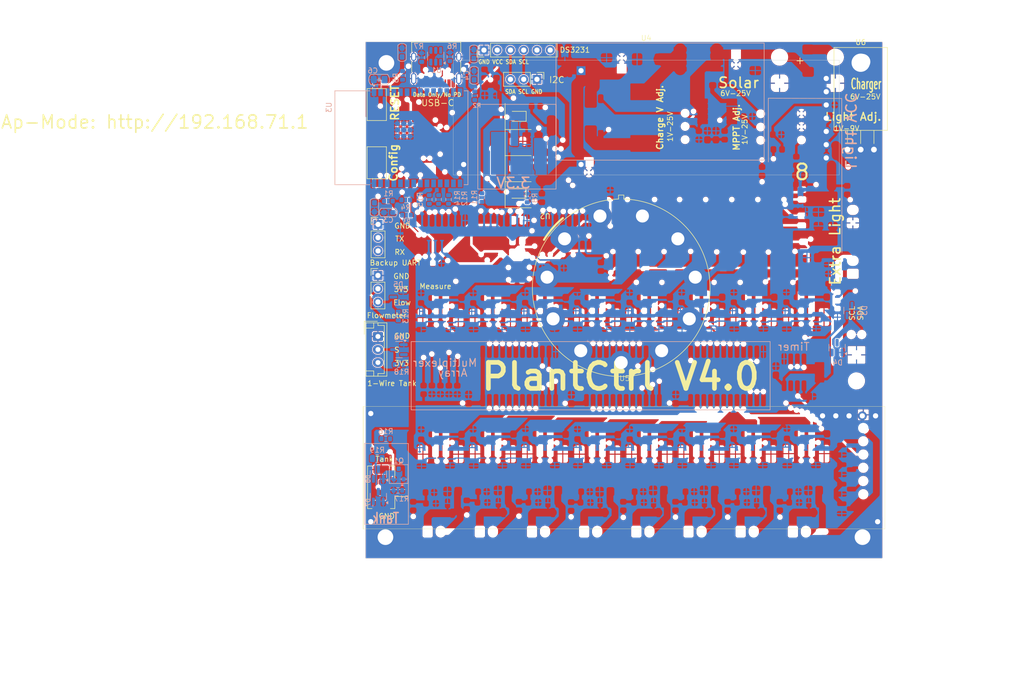
<source format=kicad_pcb>
(kicad_pcb
	(version 20241229)
	(generator "pcbnew")
	(generator_version "9.0")
	(general
		(thickness 1.6)
		(legacy_teardrops no)
	)
	(paper "A4")
	(layers
		(0 "F.Cu" signal)
		(4 "In1.Cu" signal)
		(6 "In2.Cu" signal)
		(2 "B.Cu" signal)
		(9 "F.Adhes" user "F.Adhesive")
		(11 "B.Adhes" user "B.Adhesive")
		(13 "F.Paste" user)
		(15 "B.Paste" user)
		(5 "F.SilkS" user "F.Silkscreen")
		(7 "B.SilkS" user "B.Silkscreen")
		(1 "F.Mask" user)
		(3 "B.Mask" user)
		(17 "Dwgs.User" user "User.Drawings")
		(19 "Cmts.User" user "User.Comments")
		(21 "Eco1.User" user "User.Eco1")
		(23 "Eco2.User" user "User.Eco2")
		(25 "Edge.Cuts" user)
		(27 "Margin" user)
		(31 "F.CrtYd" user "F.Courtyard")
		(29 "B.CrtYd" user "B.Courtyard")
		(35 "F.Fab" user)
		(33 "B.Fab" user)
	)
	(setup
		(stackup
			(layer "F.SilkS"
				(type "Top Silk Screen")
			)
			(layer "F.Paste"
				(type "Top Solder Paste")
			)
			(layer "F.Mask"
				(type "Top Solder Mask")
				(thickness 0.01)
			)
			(layer "F.Cu"
				(type "copper")
				(thickness 0.035)
			)
			(layer "dielectric 1"
				(type "prepreg")
				(thickness 0.1)
				(material "FR4")
				(epsilon_r 4.5)
				(loss_tangent 0.02)
			)
			(layer "In1.Cu"
				(type "copper")
				(thickness 0.035)
			)
			(layer "dielectric 2"
				(type "core")
				(thickness 1.24)
				(material "FR4")
				(epsilon_r 4.5)
				(loss_tangent 0.02)
			)
			(layer "In2.Cu"
				(type "copper")
				(thickness 0.035)
			)
			(layer "dielectric 3"
				(type "prepreg")
				(thickness 0.1)
				(material "FR4")
				(epsilon_r 4.5)
				(loss_tangent 0.02)
			)
			(layer "B.Cu"
				(type "copper")
				(thickness 0.035)
			)
			(layer "B.Mask"
				(type "Bottom Solder Mask")
				(thickness 0.01)
			)
			(layer "B.Paste"
				(type "Bottom Solder Paste")
			)
			(layer "B.SilkS"
				(type "Bottom Silk Screen")
			)
			(copper_finish "HAL lead-free")
			(dielectric_constraints no)
		)
		(pad_to_mask_clearance 0.05)
		(allow_soldermask_bridges_in_footprints no)
		(tenting front back)
		(aux_axis_origin 68.58 26.67)
		(grid_origin 68.58 26.67)
		(pcbplotparams
			(layerselection 0x00000000_00000000_5555555f_ffffffff)
			(plot_on_all_layers_selection 0x00000000_00000000_00000000_00000000)
			(disableapertmacros no)
			(usegerberextensions no)
			(usegerberattributes no)
			(usegerberadvancedattributes no)
			(creategerberjobfile no)
			(dashed_line_dash_ratio 12.000000)
			(dashed_line_gap_ratio 3.000000)
			(svgprecision 4)
			(plotframeref no)
			(mode 1)
			(useauxorigin no)
			(hpglpennumber 1)
			(hpglpenspeed 20)
			(hpglpendiameter 15.000000)
			(pdf_front_fp_property_popups yes)
			(pdf_back_fp_property_popups yes)
			(pdf_metadata yes)
			(pdf_single_document no)
			(dxfpolygonmode yes)
			(dxfimperialunits yes)
			(dxfusepcbnewfont yes)
			(psnegative no)
			(psa4output no)
			(plot_black_and_white yes)
			(sketchpadsonfab no)
			(plotpadnumbers no)
			(hidednponfab no)
			(sketchdnponfab yes)
			(crossoutdnponfab yes)
			(subtractmaskfromsilk no)
			(outputformat 1)
			(mirror no)
			(drillshape 0)
			(scaleselection 1)
			(outputdirectory "gerber/")
		)
	)
	(net 0 "")
	(net 1 "EN")
	(net 2 "VBAT")
	(net 3 "GND")
	(net 4 "3_3V")
	(net 5 "Temp")
	(net 6 "Net-(C2-Pad2)")
	(net 7 "PUMP_ENABLE")
	(net 8 "TANK_SENSOR")
	(net 9 "Charge")
	(net 10 "unconnected-(U3-IO15-Pad23)")
	(net 11 "Net-(Q1-G)")
	(net 12 "ESP_RX")
	(net 13 "ESP_TX")
	(net 14 "Net-(Boot1-Pad2)")
	(net 15 "SDA")
	(net 16 "SCL")
	(net 17 "unconnected-(U3-IO23-Pad21)")
	(net 18 "Net-(CD1-A)")
	(net 19 "Net-(D1-K)")
	(net 20 "Net-(J7-Pin_1)")
	(net 21 "unconnected-(U4-GND-Pad10)")
	(net 22 "unconnected-(U4-GND-Pad9)")
	(net 23 "CD_Probe")
	(net 24 "IsDay")
	(net 25 "LED_ENABLE")
	(net 26 "Net-(J3-CC2)")
	(net 27 "WORKING")
	(net 28 "unconnected-(U4-GND-Pad8)")
	(net 29 "unconnected-(U4-GND-Pad11)")
	(net 30 "unconnected-(J3-SBU1-PadA8)")
	(net 31 "ENABLE_TANK")
	(net 32 "unconnected-(J3-SBU2-PadB8)")
	(net 33 "unconnected-(U4-3V3-Pad4)")
	(net 34 "Net-(J3-CC1)")
	(net 35 "USB_D-")
	(net 36 "FLOW")
	(net 37 "USB_D+")
	(net 38 "BOOT_SEL")
	(net 39 "WARN_LED")
	(net 40 "OE")
	(net 41 "unconnected-(U4-VBAT-Pad1)")
	(net 42 "SQW")
	(net 43 "32K")
	(net 44 "USB_BUS")
	(net 45 "Net-(R3-Pad1)")
	(net 46 "unconnected-(U1-I{slash}O2-Pad4)")
	(net 47 "unconnected-(U1-I{slash}O1-Pad6)")
	(net 48 "unconnected-(U3-IO8-Pad10)")
	(net 49 "unconnected-(U3-IO0-Pad8)")
	(net 50 "unconnected-(U3-NC-Pad22)")
	(net 51 "unconnected-(U5-GND-Pad2)")
	(net 52 "unconnected-(U5-GND-Pad1)")
	(net 53 "unconnected-(U5-GND-Pad3)")
	(net 54 "unconnected-(U2-GND-Pad11)")
	(footprint "MPPT:MPPT" (layer "F.Cu") (at 223.98 40.4075))
	(footprint "Button_Switch_SMD:SW_SPST_CK_RS282G05A3" (layer "F.Cu") (at 172.33 52.67 90))
	(footprint "PumpOut:PumpModule" (layer "F.Cu") (at 219.93 105.67))
	(footprint "Button_Switch_SMD:SW_SPST_CK_RS282G05A3" (layer "F.Cu") (at 172.33 63.82 -90))
	(footprint "Connector_PinHeader_2.54mm:PinHeader_1x03_P2.54mm_Vertical" (layer "F.Cu") (at 172.555 85.445))
	(footprint "Connector_JST:JST_EH_B3B-EH-A_1x03_P2.50mm_Vertical" (layer "F.Cu") (at 172.555 97.145 -90))
	(footprint "LED_SMD:LED_0805_2012Metric" (layer "F.Cu") (at 199.23 69.6575 180))
	(footprint "Connector_PinHeader_2.54mm:PinHeader_1x06_P2.54mm_Vertical" (layer "F.Cu") (at 192.87 42.22 90))
	(footprint "Relay_THT:Relay_Socket_3PDT_Omron_PLE11-0" (layer "F.Cu") (at 208.3211 78.4192))
	(footprint "Connector_JST:JST_PH_B2B-PH-SM4-TB_1x02-1MP_P2.00mm_Vertical" (layer "F.Cu") (at 174.93 126.07 90))
	(footprint "Connector_PinHeader_2.54mm:PinHeader_1x03_P2.54mm_Vertical" (layer "F.Cu") (at 172.58 75.645))
	(footprint "LED_SMD:LED_0805_2012Metric" (layer "F.Cu") (at 199.28 54.92 180))
	(footprint "Connector_USB:USB_C_Receptacle_HRO_TYPE-C-31-M-12" (layer "F.Cu") (at 183.725 44.545 180))
	(footprint "Package_TO_SOT_THT:TO-220-3_Horizontal_TabDown" (layer "F.Cu") (at 262.54 61.3))
	(footprint "Connector_PinHeader_2.54mm:PinHeader_1x03_P2.54mm_Vertical" (layer "F.Cu") (at 203.03 47.82 -90))
	(footprint "PCM_Capacitor_SMD_Handsoldering_AKL:C_0603_1608Metric_Pad1.08x0.95mm" (layer "B.Cu") (at 177.18 42.67 -90))
	(footprint "Resistor_SMD:R_0603_1608Metric" (layer "B.Cu") (at 184.18 70.87 90))
	(footprint "PCM_Capacitor_SMD_Handsoldering_AKL:C_0603_1608Metric_Pad1.08x0.95mm" (layer "B.Cu") (at 190.98 47.07 -90))
	(footprint "Resistor_SMD:R_0603_1608Metric" (layer "B.Cu") (at 191.105 50.97 90))
	(footprint "Resistor_SMD:R_0603_1608Metric" (layer "B.Cu") (at 176.38 126.67 180))
	(footprint "Package_TO_SOT_SMD:SOT-23" (layer "B.Cu") (at 176.455 89.5825 180))
	(footprint "Package_TO_SOT_SMD:SOT-23" (layer "B.Cu") (at 172.63 123.5325 90))
	(footprint "Resistor_SMD:R_0603_1608Metric" (layer "B.Cu") (at 192.48 70.495 -90))
	(footprint "Resistor_SMD:R_0603_1608Metric" (layer "B.Cu") (at 180.93 43.64 90))
	(footprint "Package_TO_SOT_SMD:SOT-23-6" (layer "B.Cu") (at 183.6325 43.4 90))
	(footprint "Package_TO_SOT_SMD:SOT-23" (layer "B.Cu") (at 176.58 99.67 180))
	(footprint "Resistor_SMD:R_0603_1608Metric" (layer "B.Cu") (at 178.02 73.87 180))
	(footprint "Resistor_SMD:R_0603_1608Metric" (layer "B.Cu") (at 174.055 116.77 180))
	(footprint "PCM_Capacitor_SMD_Handsoldering_AKL:C_0603_1608Metric_Pad1.08x0.95mm" (layer "B.Cu") (at 171.88 72.37 90))
	(footprint "Package_TO_SOT_SMD:SOT-23" (layer "B.Cu") (at 260.555 99.2825 90))
	(footprint "Resistor_SMD:R_0603_1608Metric" (layer "B.Cu") (at 182.4 70.87 -90))
	(footprint "Resistor_SMD:R_0603_1608Metric" (layer "B.Cu") (at 176.58 102.545 180))
	(footprint "PCM_Capacitor_SMD_Handsoldering_AKL:C_0805_2012Metric_Pad1.18x1.45mm" (layer "B.Cu") (at 172.78 47.87 180))
	(footprint "PCM_Capacitor_SMD_Handsoldering_AKL:C_0603_1608Metric_Pad1.08x0.95mm" (layer "B.Cu") (at 174.555 73.37))
	(footprint "Resistor_SMD:R_0805_2012Metric" (layer "B.Cu") (at 172.405 120.56 180))
	(footprint "Resistor_SMD:R_0603_1608Metric" (layer "B.Cu") (at 201.18 70.57 90))
	(footprint "esp32c6:XCVR_ESP32-C6-WROOM-1-N8"
		(layer "B.Cu")
		(uuid "a624af3d-bffa-4ff7-9554-e16d3c677f69")
		(at 177.05 59.025 -90)
		(property "Reference" "U3"
			(at -5.825 13.885 90)
			(layer "B.SilkS")
			(uuid "d5b33f4a-25c8-411f-8cf3-b0ddb5cf04b9")
			(effects
				(font
					(size 1 1)
					(thickness 0.15)
				)
				(justify mirror)
			)
		)
		(property "Value" "ESP32-C6-WROOM-1-N8"
			(at 6.24 -13.865 90)
			(layer "B.Fab")
			(uuid "c29efa2f-8afd-49cd-bbbc-4eee8867b361")
			(effects
				(font
					(size 1 1)
					(thickness 0.15)
				)
				(justify mirror)
			)
		)
		(property "Datasheet" ""
			(at 0 0 90)
			(unlocked yes)
			(layer "B.Fab")
			(hide yes)
			(uuid "40ba170d-f952-498b-9fac-a54147108766")
			(effects
				(font
					(size 1.27 1.27)
					(thickness 0.15)
				)
				(justify mirror)
			)
		)
		(property "Description" ""
			(at 0 0 90)
			(unlocked yes)
			(layer "B.Fab")
			(hide yes)
			(uuid "98dbc862-5b30-41d6-8128-5177e7b96c66")
			(effects
				(font
					(size 1.27 1.27)
					(thickness 0.15)
				)
				(justify mirror)
			)
		)
		(property "MAXIMUM_PACKAGE_HEIGHT" "3.25mm"
			(at 0 0 90)
			(unlocked yes)
			(layer "B.Fab")
			(hide yes)
			(uuid "17a73ae5-d6f5-4d2e-a7af-7c83fbaf9165")
			(effects
				(font
					(size 1 1)
					(thickness 0.15)
				)
				(justify mirror)
			)
		)
		(property "MF" "Espressif Systems"
			(at 0 0 270)
			(unlocked yes)
			(layer "B.Fab")
			(hide yes)
			(uuid "12c9da42-3420-4a7a-a265-332ed975db11")
			(effects
				(font
					(size 1 1)
					(thickness 0.15)
				)
				(justify mirror)
			)
		)
		(property "Package" "None"
			(at 0 0 270)
			(unlocked yes)
			(layer "B.Fab")
			(hide yes)
			(uuid "47033206-8e4b-4522-9ec6-ce6882904acd")
			(effects
				(font
					(size 1 1)
					(thickness 0.15)
				)
				(justify mirror)
			)
		)
		(property "Price" "None"
			(at 0 0 270)
			(unlocked yes)
			(layer "B.Fab")
			(hide yes)
			(uuid "6229e19a-ba91-4545-8f50-829968847fac")
			(effects
				(font
					(size 1 1)
					(thickness 0.15)
				)
				(justify mirror)
			)
		)
		(property "Check_prices" "https://www.snapeda.com/parts/ESP32-C6-WROOM-1-N8/Espressif+Systems/view-part/?ref=eda"
			(at 0 0 270)
			(unlocked yes)
			(layer "B.Fab")
			(hide yes)
			(uuid "6600633a-f237-476a-9762-068e02160458")
			(effects
				(font
					(size 1 1)
					(thickness 0.15)
				)
				(justify mirror)
			)
		)
		(property "STANDARD" "Manufacturer Recommendations"
			(at 0 0 270)
			(unlocked yes)
			(layer "B.Fab")
			(hide yes)
			(uuid "1b9cca3f-8693-4b01-95c4-607172b68f5f")
			(effects
				(font
					(size 1 1)
					(thickness 0.15)
				)
				(justify mirror)
			)
		)
		(property "PARTREV" "1.0"
			(at 0 0 270)
			(unlocked yes)
			(layer "B.Fab")
			(hide yes)
			(uuid "527a3018-489d-4c29-998a-74b971fa010c")
			(effects
				(font
					(size 1 1)
					(thickness 0.15)
				)
				(justify mirror)
			)
		)
		(property "SnapEDA_Link" "https://www.snapeda.com/parts/ESP32-C6-WROOM-1-N8/Espressif+Systems/view-part/?ref=snap"
			(at 0 0 270)
			(unlocked yes)
			(layer "B.Fab")
			(hide yes)
			(uuid "89e67eb5-fb11-4189-b514-39806bd191c7")
			(effects
				(font
					(size 1 1)
					(thickness 0.15)
				)
				(justify mirror)
			)
		)
		(property "MP" "ESP32-C6-WROOM-1-N8"
			(at 0 0 270)
			(unlocked yes)
			(layer "B.Fab")
			(hide yes)
			(uuid "51033315-de84-488a-9552-a63df6ac138e")
			(effects
				(font
					(size 1 1)
					(thickness 0.15)
				)
				(justify mirror)
			)
		)
		(property "Purchase-URL" "https://www.snapeda.com/api/url_track_click_mouser/?unipart_id=12616380&manufacturer=Espressif Systems&part_name=ESP32-C6-WROOM-1-N8&search_term=None"
			(at 0 0 270)
			(unlocked yes)
			(layer "B.Fab")
			(hide yes)
			(uuid "09d4b442-ea2f-4e68-9328-978d6c5e4f1a")
			(effects
				(font
					(size 1 1)
					(thickness 0.15)
				)
				(justify mirror)
			)
		)
		(property "Description_1" "\nMultiprotocol Modules ESP32-C6 module, Wi-Fi 6 in 2.4 GHz band, Bluetooth 5, Zigbee 3.0 and Thread. ESP34-WROOM Compatible - ENGINEERING SAMPLE\n"
			(at 0 0 270)
			(unlocked yes)
			(layer "B.Fab")
			(hide yes)
			(uuid "865f214d-f855-4618-b2bf-96b2a3de6528")
			(effects
				(font
					(size 1 1)
					(thickness 0.15)
				)
				(justify mirror)
			)
		)
		(property "Availability" "In Stock"
			(at 0 0 270)
			(unlocked yes)
			(layer "B.Fab")
			(hide yes)
			(uuid "0a049e35-b42a-4084-b5a5-91f7d78ccf6e")
			(effects
				(font
					(size 1 1)
					(thickness 0.15)
				)
				(justify mirror)
			)
		)
		(property "MANUFACTURER" "Espressif Systems"
			(at 0 0 270)
			(unlocked yes)
			(layer "B.Fab")
			(hide yes)
			(uuid "d9523897-607d-4cf8-80b3-034948f9ca34")
			(effects
				(font
					(size 1 1)
					(thickness 0.15)
				)
				(justify mirror)
			)
		)
		(property "LCSC_PART_NUMBER" "C5366877"
			(at 0 0 270)
			(unlocked yes)
			(layer "B.Fab")
			(hide yes)
			(uuid "7b7c8dc2-9f2c-418a-ae63-70b462248d30")
			(effects
				(font
					(size 1 1)
					(thickness 0.15)
				)
				(justify mirror)
			)
		)
		(path "/f7232738-47a5-44b3-868d-eabb66b56887")
		(sheetname "/")
		(sheetfile "PlantCtrlESP32.kicad_sch")
		(attr smd)
		(fp_line
			(start -9 12.75)
			(end -9 6.03)
			(stroke
				(width 0.127)
				(type solid)
			)
			(layer "B.SilkS")
			(uuid "494ce26b-9aa0-4bf4-a9ae-57e559e2225a")
		)
		(fp_line
			(start 9 12.75)
			(end -9 12.75)
			(stroke
				(width 0.127)
				(type solid)
			)
			(layer "B.SilkS")
			(uuid "5e75a5f7-7178-
... [4755462 chars truncated]
</source>
